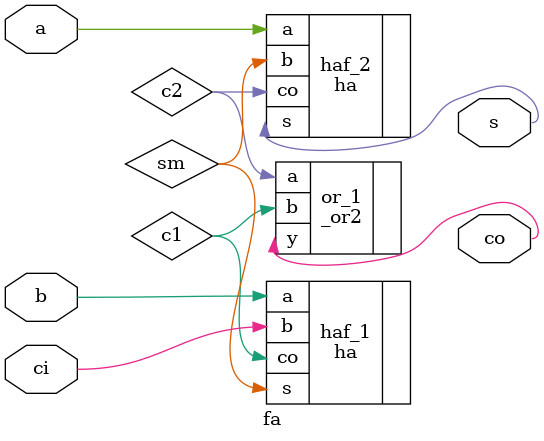
<source format=v>
module fa(a,b,ci,s,co);
  input a,b,ci;
  output s,co;
  wire c1, c2, sm;
  
  ha haf_1(.a(b), .b(ci), .s(sm), .co(c1));
  ha haf_2(.a(a), .b(sm), .s(s), .co(c2));
  
  _or2 or_1(.a(c2), .b(c1), .y(co));
  
endmodule

</source>
